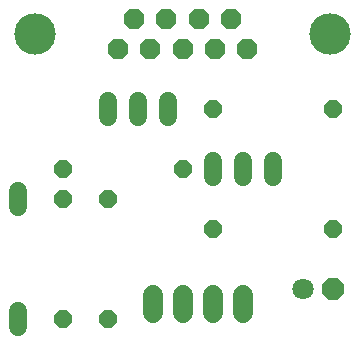
<source format=gbr>
G04 EAGLE Gerber RS-274X export*
G75*
%MOMM*%
%FSLAX34Y34*%
%LPD*%
%INSoldermask Top*%
%IPPOS*%
%AMOC8*
5,1,8,0,0,1.08239X$1,22.5*%
G01*
%ADD10P,1.951982X8X22.500000*%
%ADD11C,1.803400*%
%ADD12C,1.524000*%
%ADD13P,1.649562X8X112.500000*%
%ADD14P,1.649562X8X22.500000*%
%ADD15P,1.649562X8X202.500000*%
%ADD16P,1.869504X8X22.500000*%
%ADD17C,3.505200*%
%ADD18C,1.711200*%


D10*
X292100Y50800D03*
D11*
X266700Y50800D03*
D12*
X25400Y120396D02*
X25400Y133604D01*
X25400Y32004D02*
X25400Y18796D01*
D13*
X101600Y25400D03*
X101600Y127000D03*
D14*
X190500Y101600D03*
X292100Y101600D03*
D13*
X63500Y25400D03*
X63500Y127000D03*
D15*
X292100Y203200D03*
X190500Y203200D03*
D14*
X63500Y152400D03*
X165100Y152400D03*
D16*
X110236Y254000D03*
X137668Y254000D03*
X165100Y254000D03*
X192532Y254000D03*
X219964Y254000D03*
X123952Y279400D03*
X151384Y279400D03*
X178816Y279400D03*
X206248Y279400D03*
D17*
X39878Y266700D03*
X290322Y266700D03*
D18*
X139700Y45640D02*
X139700Y30560D01*
X165100Y30560D02*
X165100Y45640D01*
X190500Y45640D02*
X190500Y30560D01*
X215900Y30560D02*
X215900Y45640D01*
D12*
X190500Y145796D02*
X190500Y159004D01*
X241300Y159004D02*
X241300Y145796D01*
X215900Y145796D02*
X215900Y159004D01*
X101600Y196596D02*
X101600Y209804D01*
X152400Y209804D02*
X152400Y196596D01*
X127000Y196596D02*
X127000Y209804D01*
M02*

</source>
